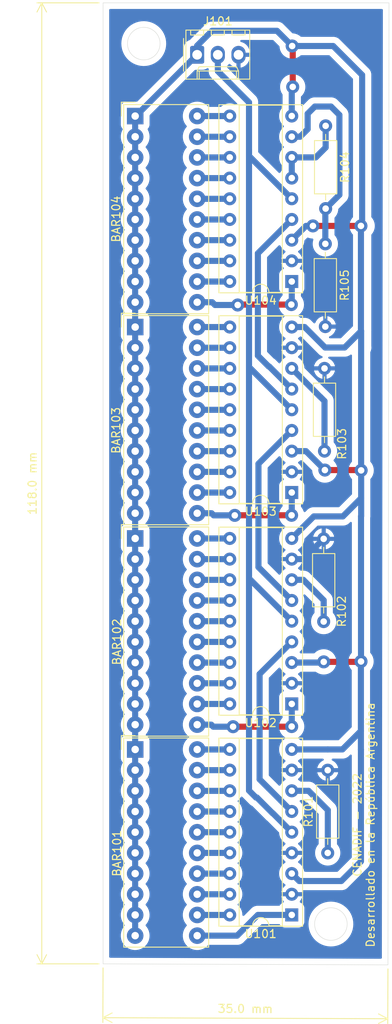
<source format=kicad_pcb>
(kicad_pcb (version 20211014) (generator pcbnew)
  (title_block (title "Indicador Voltimétrico") (date "2022-09-05") (rev "2.2"))
  (layers (0 "F.Cu" signal) (31 "B.Cu" signal) (34 "B.Paste" user) (35 "F.Paste" user) (36 "B.SilkS" user "B.Silkscreen") (37 "F.SilkS" user "F.Silkscreen") (38 "B.Mask" user) (39 "F.Mask" user) (44 "Edge.Cuts" user))
  (net 0 "")
  (net 1 "Net-(BAR101-Pad1)")
  (net 2 "Net-(BAR101-Pad11)")
  (net 3 "Net-(BAR101-Pad12)")
  (net 4 "Net-(BAR101-Pad13)")
  (net 5 "Net-(BAR101-Pad14)")
  (net 6 "Net-(BAR101-Pad15)")
  (net 7 "Net-(BAR101-Pad16)")
  (net 8 "Net-(BAR101-Pad17)")
  (net 9 "Net-(BAR101-Pad18)")
  (net 10 "Net-(BAR101-Pad19)")
  (net 11 "Net-(BAR101-Pad20)")
  (net 12 "Net-(BAR102-Pad11)")
  (net 13 "Net-(BAR102-Pad12)")
  (net 14 "Net-(BAR102-Pad13)")
  (net 15 "Net-(BAR102-Pad14)")
  (net 16 "Net-(BAR102-Pad15)")
  (net 17 "Net-(BAR102-Pad16)")
  (net 18 "Net-(BAR102-Pad17)")
  (net 19 "Net-(BAR102-Pad18)")
  (net 20 "Net-(BAR102-Pad19)")
  (net 21 "Net-(BAR102-Pad20)")
  (net 22 "Net-(BAR103-Pad11)")
  (net 23 "Net-(BAR103-Pad12)")
  (net 24 "Net-(BAR103-Pad13)")
  (net 25 "Net-(BAR103-Pad14)")
  (net 26 "Net-(BAR103-Pad15)")
  (net 27 "Net-(BAR103-Pad16)")
  (net 28 "Net-(BAR103-Pad17)")
  (net 29 "Net-(BAR103-Pad18)")
  (net 30 "Net-(BAR103-Pad19)")
  (net 31 "Net-(BAR103-Pad20)")
  (net 32 "Net-(BAR104-Pad11)")
  (net 33 "Net-(BAR104-Pad12)")
  (net 34 "Net-(BAR104-Pad13)")
  (net 35 "Net-(BAR104-Pad14)")
  (net 36 "Net-(BAR104-Pad15)")
  (net 37 "Net-(BAR104-Pad16)")
  (net 38 "Net-(BAR104-Pad17)")
  (net 39 "Net-(BAR104-Pad18)")
  (net 40 "Net-(BAR104-Pad19)")
  (net 41 "Net-(BAR104-Pad20)")
  (net 42 "Net-(R101-Pad1)")
  (net 43 "Net-(J101-Pad3)")
  (net 44 "Net-(R102-Pad1)")
  (net 45 "Net-(R103-Pad1)")
  (net 46 "Net-(R104-Pad1)")
  (net 47 "Net-(R104-Pad2)")
  (net 48 "Net-(J101-Pad2)")
  (net 49 "Net-(U101-Pad6)")
  (net 50 "Net-(U102-Pad6)")
  (net 51 "Net-(U103-Pad6)")
  (footprint "Display:HDSP-4830" (layer "F.Cu") (at 92.30385 167.4568)
    (fp_text reference "BAR101" (at -2.2411 12.7449 90) (layer "F.SilkS"))
    (fp_text value "AMARILLO")
    (pad "1" thru_hole rect (at 0 0 270) (size 2.032 2.032) (drill 0.9144) (layers *.Cu *.Mask) (net 1 "Net-(BAR101-Pad1)"))
    (pad "2" thru_hole circle (at 0 2.54 270) (size 2.032 2.032) (drill 0.9144) (layers *.Cu *.Mask) (net 1 "Net-(BAR101-Pad1)"))
    (pad "3" thru_hole circle (at 0 5.08 270) (size 2.032 2.032) (drill 0.9144) (layers *.Cu *.Mask) (net 1 "Net-(BAR101-Pad1)"))
    (pad "4" thru_hole circle (at 0 7.62 270) (size 2.032 2.032) (drill 0.9144) (layers *.Cu *.Mask) (net 1 "Net-(BAR101-Pad1)"))
    (pad "5" thru_hole circle (at 0 10.16 270) (size 2.032 2.032) (drill 0.9144) (layers *.Cu *.Mask) (net 1 "Net-(BAR101-Pad1)"))
    (pad "6" thru_hole circle (at 0 12.7 270) (size 2.032 2.032) (drill 0.9144) (layers *.Cu *.Mask) (net 1 "Net-(BAR101-Pad1)"))
    (pad "7" thru_hole circle (at 0 15.24 270) (size 2.032 2.032) (drill 0.9144) (layers *.Cu *.Mask) (net 1 "Net-(BAR101-Pad1)"))
    (pad "8" thru_hole circle (at 0 17.78 270) (size 2.032 2.032) (drill 0.9144) (layers *.Cu *.Mask) (net 1 "Net-(BAR101-Pad1)"))
    (pad "9" thru_hole circle (at 0 20.32 270) (size 2.032 2.032) (drill 0.9144) (layers *.Cu *.Mask) (net 1 "Net-(BAR101-Pad1)"))
    (pad "10" thru_hole circle (at 0 22.86 270) (size 2.032 2.032) (drill 0.9144) (layers *.Cu *.Mask) (net 1 "Net-(BAR101-Pad1)"))
    (pad "11" thru_hole circle (at 7.62 22.86 270) (size 2.032 2.032) (drill 0.9144) (layers *.Cu *.Mask) (net 2 "Net-(BAR101-Pad11)"))
    (pad "12" thru_hole circle (at 7.62 20.32 270) (size 2.032 2.032) (drill 0.9144) (layers *.Cu *.Mask) (net 3 "Net-(BAR101-Pad12)"))
    (pad "13" thru_hole circle (at 7.62 17.78 270) (size 2.032 2.032) (drill 0.9144) (layers *.Cu *.Mask) (net 4 "Net-(BAR101-Pad13)"))
    (pad "14" thru_hole circle (at 7.62 15.24 270) (size 2.032 2.032) (drill 0.9144) (layers *.Cu *.Mask) (net 5 "Net-(BAR101-Pad14)"))
    (pad "15" thru_hole circle (at 7.62 12.7 270) (size 2.032 2.032) (drill 0.9144) (layers *.Cu *.Mask) (net 6 "Net-(BAR101-Pad15)"))
    (pad "16" thru_hole circle (at 7.62 10.16 270) (size 2.032 2.032) (drill 0.9144) (layers *.Cu *.Mask) (net 7 "Net-(BAR101-Pad16)"))
    (pad "17" thru_hole circle (at 7.62 7.62 270) (size 2.032 2.032) (drill 0.9144) (layers *.Cu *.Mask) (net 8 "Net-(BAR101-Pad17)"))
    (pad "18" thru_hole circle (at 7.62 5.08 270) (size 2.032 2.032) (drill 0.9144) (layers *.Cu *.Mask) (net 9 "Net-(BAR101-Pad18)"))
    (pad "19" thru_hole circle (at 7.62 2.54 270) (size 2.032 2.032) (drill 0.9144) (layers *.Cu *.Mask) (net 10 "Net-(BAR101-Pad19)"))
    (pad "20" thru_hole circle (at 7.62 0 270) (size 2.032 2.032) (drill 0.9144) (layers *.Cu *.Mask) (net 11 "Net-(BAR101-Pad20)"))
  )
  (footprint "Resistor_THT:R_Axial_DIN0207_L6.3mm_D2.5mm_P10.16mm_Horizontal" (layer "F.Cu") (at 115.96 180.16 90)
    (fp_text reference "R101" (at 5.08 -2.37 90) (layer "F.SilkS"))
    (fp_text value "1K")
    (pad "1" thru_hole circle (at 0 0 90) (size 1.6 1.6) (drill 0.8) (layers *.Cu *.Mask) (net 42 "Net-(R101-Pad1)"))
    (pad "2" thru_hole oval (at 10.16 0 90) (size 1.6 1.6) (drill 0.8) (layers *.Cu *.Mask) (net 43 "Net-(J101-Pad3)"))
  )
  (footprint "Resistor_THT:R_Axial_DIN0207_L6.3mm_D2.5mm_P10.16mm_Horizontal" (layer "F.Cu") (at 115.46275 151.7537 90)
    (fp_text reference "R102" (at 1.2526 2.20725 90) (layer "F.SilkS"))
    (fp_text value "1K")
    (pad "1" thru_hole circle (at 0 0 90) (size 1.6 1.6) (drill 0.8) (layers *.Cu *.Mask) (net 44 "Net-(R102-Pad1)"))
    (pad "2" thru_hole oval (at 10.16 0 90) (size 1.6 1.6) (drill 0.8) (layers *.Cu *.Mask) (net 43 "Net-(J101-Pad3)"))
  )
  (footprint "Display:HDSP-4830" (layer "F.Cu") (at 92.30385 115.59)
    (fp_text reference "BAR103" (at -2.3427 12.6941 90) (layer "F.SilkS"))
    (fp_text value "ROJO")
    (pad "1" thru_hole rect (at 0 0 270) (size 2.032 2.032) (drill 0.9144) (layers *.Cu *.Mask) (net 1 "Net-(BAR101-Pad1)"))
    (pad "2" thru_hole circle (at 0 2.54 270) (size 2.032 2.032) (drill 0.9144) (layers *.Cu *.Mask) (net 1 "Net-(BAR101-Pad1)"))
    (pad "3" thru_hole circle (at 0 5.08 270) (size 2.032 2.032) (drill 0.9144) (layers *.Cu *.Mask) (net 1 "Net-(BAR101-Pad1)"))
    (pad "4" thru_hole circle (at 0 7.62 270) (size 2.032 2.032) (drill 0.9144) (layers *.Cu *.Mask) (net 1 "Net-(BAR101-Pad1)"))
    (pad "5" thru_hole circle (at 0 10.16 270) (size 2.032 2.032) (drill 0.9144) (layers *.Cu *.Mask) (net 1 "Net-(BAR101-Pad1)"))
    (pad "6" thru_hole circle (at 0 12.7 270) (size 2.032 2.032) (drill 0.9144) (layers *.Cu *.Mask) (net 1 "Net-(BAR101-Pad1)"))
    (pad "7" thru_hole circle (at 0 15.24 270) (size 2.032 2.032) (drill 0.9144) (layers *.Cu *.Mask) (net 1 "Net-(BAR101-Pad1)"))
    (pad "8" thru_hole circle (at 0 17.78 270) (size 2.032 2.032) (drill 0.9144) (layers *.Cu *.Mask) (net 1 "Net-(BAR101-Pad1)"))
    (pad "9" thru_hole circle (at 0 20.32 270) (size 2.032 2.032) (drill 0.9144) (layers *.Cu *.Mask) (net 1 "Net-(BAR101-Pad1)"))
    (pad "10" thru_hole circle (at 0 22.86 270) (size 2.032 2.032) (drill 0.9144) (layers *.Cu *.Mask) (net 1 "Net-(BAR101-Pad1)"))
    (pad "11" thru_hole circle (at 7.62 22.86 270) (size 2.032 2.032) (drill 0.9144) (layers *.Cu *.Mask) (net 22 "Net-(BAR103-Pad11)"))
    (pad "12" thru_hole circle (at 7.62 20.32 270) (size 2.032 2.032) (drill 0.9144) (layers *.Cu *.Mask) (net 23 "Net-(BAR103-Pad12)"))
    (pad "13" thru_hole circle (at 7.62 17.78 270) (size 2.032 2.032) (drill 0.9144) (layers *.Cu *.Mask) (net 24 "Net-(BAR103-Pad13)"))
    (pad "14" thru_hole circle (at 7.62 15.24 270) (size 2.032 2.032) (drill 0.9144) (layers *.Cu *.Mask) (net 25 "Net-(BAR103-Pad14)"))
    (pad "15" thru_hole circle (at 7.62 12.7 270) (size 2.032 2.032) (drill 0.9144) (layers *.Cu *.Mask) (net 26 "Net-(BAR103-Pad15)"))
    (pad "16" thru_hole circle (at 7.62 10.16 270) (size 2.032 2.032) (drill 0.9144) (layers *.Cu *.Mask) (net 27 "Net-(BAR103-Pad16)"))
    (pad "17" thru_hole circle (at 7.62 7.62 270) (size 2.032 2.032) (drill 0.9144) (layers *.Cu *.Mask) (net 28 "Net-(BAR103-Pad17)"))
    (pad "18" thru_hole circle (at 7.62 5.08 270) (size 2.032 2.032) (drill 0.9144) (layers *.Cu *.Mask) (net 29 "Net-(BAR103-Pad18)"))
    (pad "19" thru_hole circle (at 7.62 2.54 270) (size 2.032 2.032) (drill 0.9144) (layers *.Cu *.Mask) (net 30 "Net-(BAR103-Pad19)"))
    (pad "20" thru_hole circle (at 7.62 0 270) (size 2.032 2.032) (drill 0.9144) (layers *.Cu *.Mask) (net 31 "Net-(BAR103-Pad20)"))
  )
  (footprint "Resistor_THT:R_Axial_DIN0207_L6.3mm_D2.5mm_P10.16mm_Horizontal" (layer "F.Cu") (at 115.66595 105.3733 -90)
    (fp_text reference "R105" (at 5.08 -2.37 -270) (layer "F.SilkS"))
    (fp_text value "1K")
    (pad "1" thru_hole circle (at 0 0 270) (size 1.6 1.6) (drill 0.8) (layers *.Cu *.Mask) (net 47 "Net-(R104-Pad2)"))
    (pad "2" thru_hole oval (at 10.16 0 270) (size 1.6 1.6) (drill 0.8) (layers *.Cu *.Mask) (net 43 "Net-(J101-Pad3)"))
  )
  (footprint "Package_DIP:DIP-18_W7.62mm_Socket" (layer "F.Cu") (at 111.54115 109.997 180)
    (fp_text reference "U104" (at 3.81 -2.33) (layer "F.SilkS"))
    (fp_text value "LM3914")
    (pad "1" thru_hole rect (at 0 0 180) (size 1.6 1.6) (drill 0.8) (layers *.Cu *.Mask) (net 32 "Net-(BAR104-Pad11)"))
    (pad "2" thru_hole oval (at 0 2.54 180) (size 1.6 1.6) (drill 0.8) (layers *.Cu *.Mask) (net 43 "Net-(J101-Pad3)"))
    (pad "3" thru_hole oval (at 0 5.08 180) (size 1.6 1.6) (drill 0.8) (layers *.Cu *.Mask) (net 1 "Net-(BAR101-Pad1)"))
    (pad "4" thru_hole oval (at 0 7.62 180) (size 1.6 1.6) (drill 0.8) (layers *.Cu *.Mask) (net 51 "Net-(U103-Pad6)"))
    (pad "5" thru_hole oval (at 0 10.16 180) (size 1.6 1.6) (drill 0.8) (layers *.Cu *.Mask) (net 48 "Net-(J101-Pad2)"))
    (pad "6" thru_hole oval (at 0 12.7 180) (size 1.6 1.6) (drill 0.8) (layers *.Cu *.Mask) (net 46 "Net-(R104-Pad1)"))
    (pad "7" thru_hole oval (at 0 15.24 180) (size 1.6 1.6) (drill 0.8) (layers *.Cu *.Mask) (net 46 "Net-(R104-Pad1)"))
    (pad "8" thru_hole oval (at 0 17.78 180) (size 1.6 1.6) (drill 0.8) (layers *.Cu *.Mask) (net 47 "Net-(R104-Pad2)"))
    (pad "9" thru_hole oval (at 0 20.32 180) (size 1.6 1.6) (drill 0.8) (layers *.Cu *.Mask) (net 1 "Net-(BAR101-Pad1)"))
    (pad "10" thru_hole oval (at 7.62 20.32 180) (size 1.6 1.6) (drill 0.8) (layers *.Cu *.Mask) (net 41 "Net-(BAR104-Pad20)"))
    (pad "11" thru_hole oval (at 7.62 17.78 180) (size 1.6 1.6) (drill 0.8) (layers *.Cu *.Mask) (net 40 "Net-(BAR104-Pad19)"))
    (pad "12" thru_hole oval (at 7.62 15.24 180) (size 1.6 1.6) (drill 0.8) (layers *.Cu *.Mask) (net 39 "Net-(BAR104-Pad18)"))
    (pad "13" thru_hole oval (at 7.62 12.7 180) (size 1.6 1.6) (drill 0.8) (layers *.Cu *.Mask) (net 38 "Net-(BAR104-Pad17)"))
    (pad "14" thru_hole oval (at 7.62 10.16 180) (size 1.6 1.6) (drill 0.8) (layers *.Cu *.Mask) (net 37 "Net-(BAR104-Pad16)"))
    (pad "15" thru_hole oval (at 7.62 7.62 180) (size 1.6 1.6) (drill 0.8) (layers *.Cu *.Mask) (net 36 "Net-(BAR104-Pad15)"))
    (pad "16" thru_hole oval (at 7.62 5.08 180) (size 1.6 1.6) (drill 0.8) (layers *.Cu *.Mask) (net 35 "Net-(BAR104-Pad14)"))
    (pad "17" thru_hole oval (at 7.62 2.54 180) (size 1.6 1.6) (drill 0.8) (layers *.Cu *.Mask) (net 34 "Net-(BAR104-Pad13)"))
    (pad "18" thru_hole oval (at 7.62 0 180) (size 1.6 1.6) (drill 0.8) (layers *.Cu *.Mask) (net 33 "Net-(BAR104-Pad12)"))
  )
  (footprint "Connector_Molex:Molex_KK-254_AE-6410-03A_1x03_P2.54mm_Vertical" (layer "F.Cu") (at 99.91795 82.1577)
    (fp_text reference "J101" (at 2.54 -4.12) (layer "F.SilkS"))
    (fp_text value "Conn_01x03")
    (pad "1" thru_hole roundrect (at 0 0) (size 1.74 2.19) (drill 1.19) (layers *.Cu *.Mask) (roundrect_rratio 0.143678) (net 1 "Net-(BAR101-Pad1)"))
    (pad "2" thru_hole oval (at 2.54 0) (size 1.74 2.19) (drill 1.19) (layers *.Cu *.Mask) (net 48 "Net-(J101-Pad2)"))
    (pad "3" thru_hole oval (at 5.08 0) (size 1.74 2.19) (drill 1.19) (layers *.Cu *.Mask) (net 43 "Net-(J101-Pad3)"))
  )
  (footprint "Package_DIP:DIP-18_W7.62mm_Socket" (layer "F.Cu") (at 111.54115 161.8638 180)
    (fp_text reference "U102" (at 3.81 -2.33) (layer "F.SilkS"))
    (fp_text value "LM3914")
    (pad "1" thru_hole rect (at 0 0 180) (size 1.6 1.6) (drill 0.8) (layers *.Cu *.Mask) (net 12 "Net-(BAR102-Pad11)"))
    (pad "2" thru_hole oval (at 0 2.54 180) (size 1.6 1.6) (drill 0.8) (layers *.Cu *.Mask) (net 43 "Net-(J101-Pad3)"))
    (pad "3" thru_hole oval (at 0 5.08 180) (size 1.6 1.6) (drill 0.8) (layers *.Cu *.Mask) (net 1 "Net-(BAR101-Pad1)"))
    (pad "4" thru_hole oval (at 0 7.62 180) (size 1.6 1.6) (drill 0.8) (layers *.Cu *.Mask) (net 49 "Net-(U101-Pad6)"))
    (pad "5" thru_hole oval (at 0 10.16 180) (size 1.6 1.6) (drill 0.8) (layers *.Cu *.Mask) (net 48 "Net-(J101-Pad2)"))
    (pad "6" thru_hole oval (at 0 12.7 180) (size 1.6 1.6) (drill 0.8) (layers *.Cu *.Mask) (net 50 "Net-(U102-Pad6)"))
    (pad "7" thru_hole oval (at 0 15.24 180) (size 1.6 1.6) (drill 0.8) (layers *.Cu *.Mask) (net 44 "Net-(R102-Pad1)"))
    (pad "8" thru_hole oval (at 0 17.78 180) (size 1.6 1.6) (drill 0.8) (layers *.Cu *.Mask) (net 43 "Net-(J101-Pad3)"))
    (pad "9" thru_hole oval (at 0 20.32 180) (size 1.6 1.6) (drill 0.8) (layers *.Cu *.Mask) (net 1 "Net-(BAR101-Pad1)"))
    (pad "10" thru_hole oval (at 7.62 20.32 180) (size 1.6 1.6) (drill 0.8) (layers *.Cu *.Mask) (net 21 "Net-(BAR102-Pad20)"))
    (pad "11" thru_hole oval (at 7.62 17.78 180) (size 1.6 1.6) (drill 0.8) (layers *.Cu *.Mask) (net 20 "Net-(BAR102-Pad19)"))
    (pad "12" thru_hole oval (at 7.62 15.24 180) (size 1.6 1.6) (drill 0.8) (layers *.Cu *.Mask) (net 19 "Net-(BAR102-Pad18)"))
    (pad "13" thru_hole oval (at 7.62 12.7 180) (size 1.6 1.6) (drill 0.8) (layers *.Cu *.Mask) (net 18 "Net-(BAR102-Pad17)"))
    (pad "14" thru_hole oval (at 7.62 10.16 180) (size 1.6 1.6) (drill 0.8) (layers *.Cu *.Mask) (net 17 "Net-(BAR102-Pad16)"))
    (pad "15" thru_hole oval (at 7.62 7.62 180) (size 1.6 1.6) (drill 0.8) (layers *.Cu *.Mask) (net 16 "Net-(BAR102-Pad15)"))
    (pad "16" thru_hole oval (at 7.62 5.08 180) (size 1.6 1.6) (drill 0.8) (layers *.Cu *.Mask) (net 15 "Net-(BAR102-Pad14)"))
    (pad "17" thru_hole oval (at 7.62 2.54 180) (size 1.6 1.6) (drill 0.8) (layers *.Cu *.Mask) (net 14 "Net-(BAR102-Pad13)"))
    (pad "18" thru_hole oval (at 7.62 0 180) (size 1.6 1.6) (drill 0.8) (layers *.Cu *.Mask) (net 13 "Net-(BAR102-Pad12)"))
  )
  (footprint "Resistor_THT:R_Axial_DIN0207_L6.3mm_D2.5mm_P10.16mm_Horizontal" (layer "F.Cu") (at 115.56435 130.8241 90)
    (fp_text reference "R103" (at 0.893 2.14565 90) (layer "F.SilkS"))
    (fp_text value "1K")
    (pad "1" thru_hole circle (at 0 0 90) (size 1.6 1.6) (drill 0.8) (layers *.Cu *.Mask) (net 45 "Net-(R103-Pad1)"))
    (pad "2" thru_hole oval (at 10.16 0 90) (size 1.6 1.6) (drill 0.8) (layers *.Cu *.Mask) (net 43 "Net-(J101-Pad3)"))
  )
  (footprint "Package_DIP:DIP-18_W7.62mm_Socket" (layer "F.Cu") (at 111.54115 135.905 180)
    (fp_text reference "U103" (at 3.81 -2.33) (layer "F.SilkS"))
    (fp_text value "LM3914")
    (pad "1" thru_hole rect (at 0 0 180) (size 1.6 1.6) (drill 0.8) (layers *.Cu *.Mask) (net 22 "Net-(BAR103-Pad11)"))
    (pad "2" thru_hole oval (at 0 2.54 180) (size 1.6 1.6) (drill 0.8) (layers *.Cu *.Mask) (net 43 "Net-(J101-Pad3)"))
    (pad "3" thru_hole oval (at 0 5.08 180) (size 1.6 1.6) (drill 0.8) (layers *.Cu *.Mask) (net 1 "Net-(BAR101-Pad1)"))
    (pad "4" thru_hole oval (at 0 7.62 180) (size 1.6 1.6) (drill 0.8) (layers *.Cu *.Mask) (net 50 "Net-(U102-Pad6)"))
    (pad "5" thru_hole oval (at 0 10.16 180) (size 1.6 1.6) (drill 0.8) (layers *.Cu *.Mask) (net 48 "Net-(J101-Pad2)"))
    (pad "6" thru_hole oval (at 0 12.7 180) (size 1.6 1.6) (drill 0.8) (layers *.Cu *.Mask) (net 51 "Net-(U103-Pad6)"))
    (pad "7" thru_hole oval (at 0 15.24 180) (size 1.6 1.6) (drill 0.8) (layers *.Cu *.Mask) (net 45 "Net-(R103-Pad1)"))
    (pad "8" thru_hole oval (at 0 17.78 180) (size 1.6 1.6) (drill 0.8) (layers *.Cu *.Mask) (net 43 "Net-(J101-Pad3)"))
    (pad "9" thru_hole oval (at 0 20.32 180) (size 1.6 1.6) (drill 0.8) (layers *.Cu *.Mask) (net 1 "Net-(BAR101-Pad1)"))
    (pad "10" thru_hole oval (at 7.62 20.32 180) (size 1.6 1.6) (drill 0.8) (layers *.Cu *.Mask) (net 31 "Net-(BAR103-Pad20)"))
    (pad "11" thru_hole oval (at 7.62 17.78 180) (size 1.6 1.6) (drill 0.8) (layers *.Cu *.Mask) (net 30 "Net-(BAR103-Pad19)"))
    (pad "12" thru_hole oval (at 7.62 15.24 180) (size 1.6 1.6) (drill 0.8) (layers *.Cu *.Mask) (net 29 "Net-(BAR103-Pad18)"))
    (pad "13" thru_hole oval (at 7.62 12.7 180) (size 1.6 1.6) (drill 0.8) (layers *.Cu *.Mask) (net 28 "Net-(BAR103-Pad17)"))
    (pad "14" thru_hole oval (at 7.62 10.16 180) (size 1.6 1.6) (drill 0.8) (layers *.Cu *.Mask) (net 27 "Net-(BAR103-Pad16)"))
    (pad "15" thru_hole oval (at 7.62 7.62 180) (size 1.6 1.6) (drill 0.8) (layers *.Cu *.Mask) (net 26 "Net-(BAR103-Pad15)"))
    (pad "16" thru_hole oval (at 7.62 5.08 180) (size 1.6 1.6) (drill 0.8) (layers *.Cu *.Mask) (net 25 "Net-(BAR103-Pad14)"))
    (pad "17" thru_hole oval (at 7.62 2.54 180) (size 1.6 1.6) (drill 0.8) (layers *.Cu *.Mask) (net 24 "Net-(BAR103-Pad13)"))
    (pad "18" thru_hole oval (at 7.62 0 180) (size 1.6 1.6) (drill 0.8) (layers *.Cu *.Mask) (net 23 "Net-(BAR103-Pad12)"))
  )
  (footprint "Package_DIP:DIP-18_W7.62mm_Socket" (layer "F.Cu") (at 111.54115 187.7718 180)
    (fp_text reference "U101" (at 3.81 -2.33) (layer "F.SilkS"))
    (fp_text value "LM3914")
    (pad "1" thru_hole rect (at 0 0 180) (size 1.6 1.6) (drill 0.8) (layers *.Cu *.Mask) (net 2 "Net-(BAR101-Pad11)"))
    (pad "2" thru_hole oval (at 0 2.54 180) (size 1.6 1.6) (drill 0.8) (layers *.Cu *.Mask) (net 43 "Net-(J101-Pad3)"))
    (pad "3" thru_hole oval (at 0 5.08 180) (size 1.6 1.6) (drill 0.8) (layers *.Cu *.Mask) (net 1 "Net-(BAR101-Pad1)"))
    (pad "4" thru_hole oval (at 0 7.62 180) (size 1.6 1.6) (drill 0.8) (layers *.Cu *.Mask) (net 43 "Net-(J101-Pad3)"))
    (pad "5" thru_hole oval (at 0 10.16 180) (size 1.6 1.6) (drill 0.8) (layers *.Cu *.Mask) (net 48 "Net-(J101-Pad2)"))
    (pad "6" thru_hole oval (at 0 12.7 180) (size 1.6 1.6) (drill 0.8) (layers *.Cu *.Mask) (net 49 "Net-(U101-Pad6)"))
    (pad "7" thru_hole oval (at 0 15.24 180) (size 1.6 1.6) (drill 0.8) (layers *.Cu *.Mask) (net 42 "Net-(R101-Pad1)"))
    (pad "8" thru_hole oval (at 0 17.78 180) (size 1.6 1.6) (drill 0.8) (layers *.Cu *.Mask) (net 43 "Net-(J101-Pad3)"))
    (pad "9" thru_hole oval (at 0 20.32 180) (size 1.6 1.6) (drill 0.8) (layers *.Cu *.Mask) (net 1 "Net-(BAR101-Pad1)"))
    (pad "10" thru_hole oval (at 7.62 20.32 180) (size 1.6 1.6) (drill 0.8) (layers *.Cu *.Mask) (net 11 "Net-(BAR101-Pad20)"))
    (pad "11" thru_hole oval (at 7.62 17.78 180) (size 1.6 1.6) (drill 0.8) (layers *.Cu *.Mask) (net 10 "Net-(BAR101-Pad19)"))
    (pad "12" thru_hole oval (at 7.62 15.24 180) (size 1.6 1.6) (drill 0.8) (layers *.Cu *.Mask) (net 9 "Net-(BAR101-Pad18)"))
    (pad "13" thru_hole oval (at 7.62 12.7 180) (size 1.6 1.6) (drill 0.8) (layers *.Cu *.Mask) (net 8 "Net-(BAR101-Pad17)"))
    (pad "14" thru_hole oval (at 7.62 10.16 180) (size 1.6 1.6) (drill 0.8) (layers *.Cu *.Mask) (net 7 "Net-(BAR101-Pad16)"))
    (pad "15" thru_hole oval (at 7.62 7.62 180) (size 1.6 1.6) (drill 0.8) (layers *.Cu *.Mask) (net 6 "Net-(BAR101-Pad15)"))
    (pad "16" thru_hole oval (at 7.62 5.08 180) (size 1.6 1.6) (drill 0.8) (layers *.Cu *.Mask) (net 5 "Net-(BAR101-Pad14)"))
    (pad "17" thru_hole oval (at 7.62 2.54 180) (size 1.6 1.6) (drill 0.8) (layers *.Cu *.Mask) (net 4 "Net-(BAR101-Pad13)"))
    (pad "18" thru_hole oval (at 7.62 0 180) (size 1.6 1.6) (drill 0.8) (layers *.Cu *.Mask) (net 3 "Net-(BAR101-Pad12)"))
  )
  (footprint "Resistor_THT:R_Axial_DIN0207_L6.3mm_D2.5mm_P10.16mm_Horizontal" (layer "F.Cu") (at 115.70475 90.8833 -90)
    (fp_text reference "R104" (at 5.08 -2.37 -270) (layer "F.SilkS"))
    (fp_text value "1K")
    (pad "1" thru_hole circle (at 0 0 270) (size 1.6 1.6) (drill 0.8) (layers *.Cu *.Mask) (net 46 "Net-(R104-Pad1)"))
    (pad "2" thru_hole oval (at 10.16 0 270) (size 1.6 1.6) (drill 0.8) (layers *.Cu *.Mask) (net 47 "Net-(R104-Pad2)"))
  )
  (footprint "Display:HDSP-4830" (layer "F.Cu") (at 92.30385 89.682)
    (fp_text reference "BAR104" (at -2.3427 12.6433 90) (layer "F.SilkS"))
    (fp_text value "ROJO")
    (pad "1" thru_hole rect (at 0 0 270) (size 2.032 2.032) (drill 0.9144) (layers *.Cu *.Mask) (net 1 "Net-(BAR101-Pad1)"))
    (pad "2" thru_hole circle (at 0 2.54 270) (size 2.032 2.032) (drill 0.9144) (layers *.Cu *.Mask) (net 1 "Net-(BAR101-Pad1)"))
    (pad "3" thru_hole circle (at 0 5.08 270) (size 2.032 2.032) (drill 0.9144) (layers *.Cu *.Mask) (net 1 "Net-(BAR101-Pad1)"))
    (pad "4" thru_hole circle (at 0 7.62 270) (size 2.032 2.032) (drill 0.9144) (layers *.Cu *.Mask) (net 1 "Net-(BAR101-Pad1)"))
    (pad "5" thru_hole circle (at 0 10.16 270) (size 2.032 2.032) (drill 0.9144) (layers *.Cu *.Mask) (net 1 "Net-(BAR101-Pad1)"))
    (pad "6" thru_hole circle (at 0 12.7 270) (size 2.032 2.032) (drill 0.9144) (layers *.Cu *.Mask) (net 1 "Net-(BAR101-Pad1)"))
    (pad "7" thru_hole circle (at 0 15.24 270) (size 2.032 2.032) (drill 0.9144) (layers *.Cu *.Mask) (net 1 "Net-(BAR101-Pad1)"))
    (pad "8" thru_hole circle (at 0 17.78 270) (size 2.032 2.032) (drill 0.9144) (layers *.Cu *.Mask) (net 1 "Net-(BAR101-Pad1)"))
    (pad "9" thru_hole circle (at 0 20.32 270) (size 2.032 2.032) (drill 0.9144) (layers *.Cu *.Mask) (net 1 "Net-(BAR101-Pad1)"))
    (pad "10" thru_hole circle (at 0 22.86 270) (size 2.032 2.032) (drill 0.9144) (layers *.Cu *.Mask) (net 1 "Net-(BAR101-Pad1)"))
    (pad "11" thru_hole circle (at 7.62 22.86 270) (size 2.032 2.032) (drill 0.9144) (layers *.Cu *.Mask) (net 32 "Net-(BAR104-Pad11)"))
    (pad "12" thru_hole circle (at 7.62 20.32 270) (size 2.032 2.032) (drill 0.9144) (layers *.Cu *.Mask) (net 33 "Net-(BAR104-Pad12)"))
    (pad "13" thru_hole circle (at 7.62 17.78 270) (size 2.032 2.032) (drill 0.9144) (layers *.Cu *.Mask) (net 34 "Net-(BAR104-Pad13)"))
    (pad "14" thru_hole circle (at 7.62 15.24 270) (size 2.032 2.032) (drill 0.9144) (layers *.Cu *.Mask) (net 35 "Net-(BAR104-Pad14)"))
    (pad "15" thru_hole circle (at 7.62 12.7 270) (size 2.032 2.032) (drill 0.9144) (layers *.Cu *.Mask) (net 36 "Net-(BAR104-Pad15)"))
    (pad "16" thru_hole circle (at 7.62 10.16 270) (size 2.032 2.032) (drill 0.9144) (layers *.Cu *.Mask) (net 37 "Net-(BAR104-Pad16)"))
    (pad "17" thru_hole circle (at 7.62 7.62 270) (size 2.032 2.032) (drill 0.9144) (layers *.Cu *.Mask) (net 38 "Net-(BAR104-Pad17)"))
    (pad "18" thru_hole circle (at 7.62 5.08 270) (size 2.032 2.032) (drill 0.9144) (layers *.Cu *.Mask) (net 39 "Net-(BAR104-Pad18)"))
    (pad "19" thru_hole circle (at 7.62 2.54 270) (size 2.032 2.032) (drill 0.9144) (layers *.Cu *.Mask) (net 40 "Net-(BAR104-Pad19)"))
    (pad "20" thru_hole circle (at 7.62 0 270) (size 2.032 2.032) (drill 0.9144) (layers *.Cu *.Mask) (net 41 "Net-(BAR104-Pad20)"))
  )
  (footprint "Display:HDSP-4830" (layer "F.Cu") (at 92.30385 141.5488)
    (fp_text reference "BAR102" (at -2.2411 12.6941 90) (layer "F.SilkS"))
    (fp_text value "ROJO")
    (pad "1" thru_hole rect (at 0 0 270) (size 2.032 2.032) (drill 0.9144) (layers *.Cu *.Mask) (net 1 "Net-(BAR101-Pad1)"))
    (pad "2" thru_hole circle (at 0 2.54 270) (size 2.032 2.032) (drill 0.9144) (layers *.Cu *.Mask) (net 1 "Net-(BAR101-Pad1)"))
    (pad "3" thru_hole circle (at 0 5.08 270) (size 2.032 2.032) (drill 0.9144) (layers *.Cu *.Mask) (net 1 "Net-(BAR101-Pad1)"))
    (pad "4" thru_hole circle (at 0 7.62 270) (size 2.032 2.032) (drill 0.9144) (layers *.Cu *.Mask) (net 1 "Net-(BAR101-Pad1)"))
    (pad "5" thru_hole circle (at 0 10.16 270) (size 2.032 2.032) (drill 0.9144) (layers *.Cu *.Mask) (net 1 "Net-(BAR101-Pad1)"))
    (pad "6" thru_hole circle (at 0 12.7 270) (size 2.032 2.032) (drill 0.9144) (layers *.Cu *.Mask) (net 1 "Net-(BAR101-Pad1)"))
    (pad "7" thru_hole circle (at 0 15.24 270) (size 2.032 2.032) (drill 0.9144) (layers *.Cu *.Mask) (net 1 "Net-(BAR101-Pad1)"))
    (pad "8" thru_hole circle (at 0 17.78 270) (size 2.032 2.032) (drill 0.9144) (layers *.Cu *.Mask) (net 1 "Net-(BAR101-Pad1)"))
    (pad "9" thru_hole circle (at 0 20.32 270) (size 2.032 2.032) (drill 0.9144) (layers *.Cu *.Mask) (net 1 "Net-(BAR101-Pad1)"))
    (pad "10" thru_hole circle (at 0 22.86 270) (size 2.032 2.032) (drill 0.9144) (layers *.Cu *.Mask) (net 1 "Net-(BAR101-Pad1)"))
    (pad "11" thru_hole circle (at 7.62 22.86 270) (size 2.032 2.032) (drill 0.9144) (layers *.Cu *.Mask) (net 12 "Net-(BAR102-Pad11)"))
    (pad "12" thru_hole circle (at 7.62 20.32 270) (size 2.032 2.032) (drill 0.9144) (layers *.Cu *.Mask) (net 13 "Net-(BAR102-Pad12)"))
    (pad "13" thru_hole circle (at 7.62 17.78 270) (size 2.032 2.032) (drill 0.9144) (layers *.Cu *.Mask) (net 14 "Net-(BAR102-Pad13)"))
    (pad "14" thru_hole circle (at 7.62 15.24 270) (size 2.032 2.032) (drill 0.9144) (layers *.Cu *.Mask) (net 15 "Net-(BAR102-Pad14)"))
    (pad "15" thru_hole circle (at 7.62 12.7 270) (size 2.032 2.032) (drill 0.9144) (layers *.Cu *.Mask) (net 16 "Net-(BAR102-Pad15)"))
    (pad "16" thru_hole circle (at 7.62 10.16 270) (size 2.032 2.032) (drill 0.9144) (layers *.Cu *.Mask) (net 17 "Net-(BAR102-Pad16)"))
    (pad "17" thru_hole circle (at 7.62 7.62 270) (size 2.032 2.032) (drill 0.9144) (layers *.Cu *.Mask) (net 18 "Net-(BAR102-Pad17)"))
    (pad "18" thru_hole circle (at 7.62 5.08 270) (size 2.032 2.032) (drill 0.9144) (layers *.Cu *.Mask) (net 19 "Net-(BAR102-Pad18)"))
    (pad "19" thru_hole circle (at 7.62 2.54 270) (size 2.032 2.032) (drill 0.9144) (layers *.Cu *.Mask) (net 20 "Net-(BAR102-Pad19)"))
    (pad "20" thru_hole circle (at 7.62 0 270) (size 2.032 2.032) (drill 0.9144) (layers *.Cu *.Mask) (net 21 "Net-(BAR102-Pad20)"))
  )
  (gr_line (start 123.48676 75.78) (end 123.35976 193.907) (layer "Edge.Cuts") (width 0.05))
  (gr_line (start 88.36 193.78) (end 88.36 75.78) (layer "Edge.Cuts") (width 0.05))
  (gr_circle (center 116.34975 188.8913) (end 116.34975 186.8913) (layer "Edge.Cuts") (width 0.05) (fill none))
  (gr_line (start 88.36 75.78) (end 123.48676 75.78) (layer "Edge.Cuts") (width 0.05))
  (gr_circle (center 93.35975 80.7833) (end 93.35975 78.7833) (layer "Edge.Cuts") (width 0.05) (fill none))
  (gr_line (start 123.35976 193.907) (end 88.36 193.78) (layer "Edge.Cuts") (width 0.05))
  (gr_text "CENADIF - 2022\nDesarrollado en la República Argentina" (at 120.41 176.72 90) (layer "F.SilkS") (effects (font (size 1 1))))
  (dimension (type aligned) (layer "F.SilkS") (pts (xy 88.36 193.78) (xy 88.36 75.78)) (height -7.530181) (gr_text "118.0 mm" (at 79.679819 134.78 90) (layer "F.SilkS") (effects (font (size 1 1) (thickness 0.15)))) (format (units 3) (units_format 1) (precision 1)) (style (thickness 0.12) (arrow_length 1.27) (text_position_mode 0) (extension_height 0.58642) (extension_offset 0.5) keep_text_aligned))
  (dimension (type aligned) (layer "F.SilkS") (pts (xy 88.36 193.78) (xy 123.35976 193.907)) (height 6.611744) (gr_text "35.0 mm" (at 105.840062 199.305208 359.7920977) (layer "F.SilkS") (effects (font (size 1 1) (thickness 0.15)))) (format (units 3) (units_format 1) (precision 1)) (style (thickness 0.12) (arrow_length 1.27) (text_position_mode 0) (extension_height 0.58642) (extension_offset 0.5) keep_text_aligned))
  (segment (start 111.66 86.1) (end 111.66 81.1511) (width 0.75) (layer "F.Cu") (net 1))
  (segment (start 115.47 156.7) (end 120 156.7) (width 0.75) (layer "F.Cu") (net 1))
  (segment (start 120.026307 133.15) (end 120.0645 133.188193) (width 0.75) (layer "F.Cu") (net 1))
  (segment (start 120 156.7) (end 120.05 156.65) (width 0.75) (layer "F.Cu") (net 1))
  (segment (start 114.14 103.17) (end 120.04 103.17) (width 0.75) (layer "F.Cu") (net 1))
  (segment (start 111.66 81.1511) (end 111.59 81.0811) (width 0.75) (layer "F.Cu") (net 1))
  (segment (start 115.61 133.15) (end 120.026307 133.15) (width 0.75) (layer "F.Cu") (net 1))
  (via (at 120.0645 133.188193) (size 1.6) (drill 0.8) (layers "F.Cu" "B.Cu") (net 1))
  (via (at 120.04 103.17) (size 1.6) (drill 0.8) (layers "F.Cu" "B.Cu") (net 1))
  (via (at 115.61 133.15) (size 1.6) (drill 0.8) (layers "F.Cu" "B.Cu") (net 1))
  (via (at 111.66 86.1) (size 1.6) (drill 0.8) (layers "F.Cu" "B.Cu") (net 1))
  (via (at 120.05 156.65) (size 1.6) (drill 0.8) (layers "F.Cu" "B.Cu") (net 1))
  (via (at 115.47 156.7) (size 1.6) (drill 0.8) (layers "F.Cu" "B.Cu") (net 1))
  (via (at 114.14 103.17) (size 1.6) (drill 0.8) (layers "F.Cu" "B.Cu") (net 1))
  (via (at 111.59 81.0811) (size 1.6) (drill 0.8) (layers "F.Cu" "B.Cu") (net 1))
  (segment (start 120.07 133.193693) (end 120.0645 133.188193) (width 0.75) (layer "B.Cu") (net 1))
  (segment (start 120.04 103.17) (end 120.04 116.0521) (width 0.75) (layer "B.Cu") (net 1))
  (segment (start 120.07 136.5911) (end 120.07 133.193693) (width 0.75) (layer "B.Cu") (net 1))
  (segment (start 117.8211 138.84) (end 120.07 136.5911) (width 0.75) (layer "B.Cu") (net 1))
  (segment (start 120.07 138.79) (end 120.05 138.81) (width 0.75) (layer "B.Cu") (net 1))
  (segment (start 120.0345 167.471729) (end 120.0345 165.1866) (width 0.75) (layer "B.Cu") (net 1))
  (segment (start 115.9682 167.4518) (end 115.97 167.45) (width 0.75) (layer "B.Cu") (net 1))
  (segment (start 111.54115 115.585) (end 113.1239 115.585) (width 0.75) (layer "B.Cu") (net 1))
  (segment (start 113.28815 103.17) (end 111.54115 104.917) (width 0.75) (layer "B.Cu") (net 1))
  (segment (start 92.30385 167.4568) (end 92.30385 164.4088) (width 0.75) (layer "B.Cu") (net 1))
  (segment (start 92.30385 97.302) (end 92.30385 99.842) (width 0.75) (layer "B.Cu") (net 1))
  (segment (start 92.30385 89.682) (end 92.3791 89.682) (width 0.75) (layer "B.Cu") (net 1))
  (segment (start 92.30385 107.462) (end 92.30385 104.922) (width 0.75) (layer "B.Cu") (net 1))
  (segment (start 114.14 103.17) (end 113.28815 103.17) (width 0.75) (layer "B.Cu") (net 1))
  (segment (start 92.30385 135.91) (end 92.30385 133.37) (width 0.75) (layer "B.Cu") (net 1))
  (segment (start 92.30385 138.45) (end 92.30385 135.91) (width 0.75) (layer "B.Cu") (net 1))
  (segment (start 92.30385 115.59) (end 92.30385 112.542) (width 0.75) (layer "B.Cu") (net 1))
  (segment (start 92.30385 144.0888) (end 92.30385 141.5488) (width 0.75) (layer "B.Cu") (net 1))
  (segment (start 112.45935 183.61) (end 117.6311 183.61) (width 0.75) (layer "B.Cu") (net 1))
  (segment (start 117.77 167.4511) (end 120.0345 165.1866) (width 0.75) (layer "B.Cu") (net 1))
  (segment (start 101.75 79.2111) (end 109.72 79.2111) (width 0.75) (layer "B.Cu") (net 1))
  (segment (start 92.30385 125.75) (end 92.30385 123.21) (width 0.75) (layer "B.Cu") (net 1))
  (segment (start 92.30385 104.922) (end 92.30385 102.382) (width 0.75) (layer "B.Cu") (net 1))
  (segment (start 92.30385 185.2368) (end 92.30385 182.6968) (width 0.75) (layer "B.Cu") (net 1))
  (segment (start 111.54115 130.825) (end 113.285 130.825) (width 0.75) (layer "B.Cu") (net 1))
  (segment (start 92.30385 175.0768) (end 92.30385 172.5368) (width 0.75) (layer "B.Cu") (net 1))
  (segment (start 92.30385 92.222) (end 92.30385 89.682) (width 0.75) (layer "B.Cu") (net 1))
  (segment (start 120.04 167.477229) (end 120.0345 167.471729) (width 0.75) (layer "B.Cu") (net 1))
  (segment (start 120.05 156.65) (end 120.05 138.81) (width 0.75) (layer "B.Cu") (net 1))
  (segment (start 92.30385 146.6288) (end 92.30385 144.0888) (width 0.75) (layer "B.Cu") (net 1))
  (segment (start 92.30385 190.3168) (end 92.30385 187.7768) (width 0.75) (layer "B.Cu") (net 1))
  (segment (start 111.54115 141.5438) (end 114.24495 138.84) (width 0.75) (layer "B.Cu") (net 1))
  (segment (start 92.30385 164.4088) (end 92.30385 161.8688) (width 0.75) (layer "B.Cu") (net 1))
  (segment (start 118.0411 118.1) (end 120.0645 116.0766) (width 0.75) (layer "B.Cu") (net 1))
  (segment (start 111.54115 86.21885) (end 111.66 86.1) (width 0.75) (layer "B.Cu") (net 1))
  (segment (start 92.30385 154.2488) (end 92.30385 151.7088) (width 0.75) (layer "B.Cu") (net 1))
  (segment (start 113.285 130.825) (end 115.61 133.15) (width 0.75) (layer "B.Cu") (net 1))
  (segment (start 92.30385 102.382) (end 92.30385 99.842) (width 0.75) (layer "B.Cu") (net 1))
  (segment (start 120.19 84.6411) (end 116.63 81.0811) (width 0.75) (layer "B.Cu") (net 1))
  (segment (start 92.30385 97.302) (end 92.30385 94.762) (width 0.75) (layer "B.Cu") (net 1))
  (segment (start 92.30385 120.67) (end 92.30385 118.13) (width 0.75) (layer "B.Cu") (net 1))
  (segment (start 120.0345 165.1866) (end 120.0345 156.6655) (width 0.75) (layer "B.Cu") (net 1))
  (segment (start 92.30385 141.5488) (end 92.30385 138.45) (width 0.75) (layer "B.Cu") (net 1))
  (segment (start 92.30385 172.5368) (end 92.30385 169.9968) (width 0.75) (layer "B.Cu") (net 1))
  (segment (start 92.30385 180.1568) (end 92.30385 177.6168) (width 0.75) (layer "B.Cu") (net 1))
  (segment (start 111.54115 167.4518) (end 115.9682 167.4518) (width 0.75) (layer "B.Cu") (net 1))
  (segment (start 120.07 136.5911) (end 120.07 138.79) (width 0.75) (layer "B.Cu") (net 1))
  (segment (start 115.97 167.45) (end 115.9711 167.4511) (width 0.75) (layer "B.Cu") (net 1))
  (segment (start 92.30385 151.7088) (end 92.30385 149.1688) (width 0.75) (layer "B.Cu") (net 1))
  (segment (start 92.30385 118.13) (end 92.30385 115.59) (width 0.75) (layer "B.Cu") (net 1))
  (segment (start 92.30385 130.83) (end 92.30385 128.29) (width 0.75) (layer "B.Cu") (net 1))
  (segment (start 120.04 181.0711) (end 120.04 167.477229) (width 0.75) (layer "B.Cu") (net 1))
  (segment (start 92.30385 110.002) (end 92.30385 107.462) (width 0.75) (layer "B.Cu") (net 1))
  (segment (start 92.30385 187.7768) (end 92.30385 185.2368) (width 0.75) (layer "B.Cu") (net 1))
  (segment (start 92.30385 177.6168) (end 92.30385 175.0768) (width 0.75) (layer "B.Cu") (net 1))
  (segment (start 120.19 103.17) (end 120.19 84.6411) (width 0.75) (layer "B.Cu") (net 1))
  (segment (start 111.54115 89.677) (end 111.54115 86.21885) (width 0.75) (layer "B.Cu") (net 1))
  (segment (start 92.30385 149.1688) (end 92.30385 146.6288) (width 0.75) (layer "B.Cu") (net 1))
  (segment (start 99.91795 82.1577) (end 99.91795 81.04315) (width 0.75) (layer "B.Cu") (net 1))
  (segment (start 120.0345 156.6655) (end 120.05 156.65) (width 0.75) (layer "B.Cu") (net 1))
  (segment (start 92.30385 112.542) (end 92.30385 110.002) (width 0.75) (layer "B.Cu") (net 1))
  (segment (start 115.3862 156.7838) (end 115.47 156.7) (width 0.75) (layer "B.Cu") (net 1))
  (segment (start 92.30385 161.8688) (end 92.30385 159.3288) (width 0.75) (layer "B.Cu") (net 1))
  (segment (start 115.9711 167.4511) (end 117.77 167.4511) (width 0.75) (layer "B.Cu") (net 1))
  (segment (start 120.04 116.0521) (end 120.0645 116.0766) (width 0.75) (layer "B.Cu") (net 1))
  (segment (start 92.30385 94.762) (end 92.30385 92.222) (width 0.75) (layer "B.Cu") (net 1))
  (segment (start 92.30385 182.6968) (end 92.30385 180.1568) (width 0.75) (layer "B.Cu") (net 1))
  (segment (start 92.30385 123.21) (end 92.30385 120.67) (width 0.75) (layer "B.Cu") (net 1))
  (segment (start 109.72 79.2111) (end 111.59 81.0811) (width 0.75) (layer "B.Cu") (net 1))
  (segment (start 92.3791 89.682) (end 99.9034 82.1577) (width 0.75) (layer "B.Cu") (net 1))
  (segment (start 111.54115 182.6918) (end 112.45935 183.61) (width 0.75) (layer "B.Cu") (net 1))
  (segment (start 92.30385 159.3288) (end 92.30385 156.7888) (width 0.75) (layer "B.Cu") (net 1))
  (segment (start 92.30385 169.9968) (end 92.30385 167.4568) (width 0.75) (layer "B.Cu") (net 1))
  (segment (start 115.6389 118.1) (end 118.0411 118.1) (width 0.75) (layer "B.Cu") (net 1))
  (segment (start 111.54115 156.7838) (end 115.3862 156.7838) (width 0.75) (layer "B.Cu") (net 1))
  (segment (start 117.6311 183.61) (end 120.04 181.2011) (width 0.75) (layer "B.Cu") (net 1))
  (segment (start 120.04 181.2011) (end 120.04 181.0711) (width 0.75) (layer "B.Cu") (net 1))
  (segment (start 99.9034 82.1577) (end 99.91795 82.1577) (width 0.75) (layer "B.Cu") (net 1))
  (segment (start 114.24495 138.84) (end 117.8211 138.84) (width 0.75) (layer "B.Cu") (net 1))
  (segment (start 92.30385 156.7888) (end 92.30385 154.2488) (width 0.75) (layer "B.Cu") (net 1))
  (segment (start 113.1239 115.585) (end 115.6389 118.1) (width 0.75) (layer "B.Cu") (net 1))
  (segment (start 99.91795 81.04315) (end 101.75 79.2111) (width 0.75) (layer "B.Cu") (net 1))
  (segment (start 92.30385 133.37) (end 92.30385 130.83) (width 0.75) (layer "B.Cu") (net 1))
  (segment (start 116.63 81.0811) (end 111.59 81.0811) (width 0.75) (layer "B.Cu") (net 1))
  (segment (start 92.30385 128.29) (end 92.30385 125.75) (width 0.75) (layer "B.Cu") (net 1))
  (segment (start 120.0645 116.0766) (end 120.0645 133.188193) (width 0.75) (layer "B.Cu") (net 1))
  (segment (start 107.37625 187.7718) (end 104.83125 190.3168) (width 0.75) (layer "B.Cu") (net 2))
  (segment (start 99.92385 190.3168) (end 104.83125 190.3168) (width 0.75) (layer "B.Cu") (net 2))
  (segment (start 111.54115 187.7718) (end 107.37625 187.7718) (width 0.75) (layer "B.Cu") (net 2))
  (segment (start 99.92385 187.7768) (end 103.91615 187.7768) (width 0.75) (layer "B.Cu") (net 3))
  (segment (start 103.91615 187.7768) (end 103.92115 187.7718) (width 0.75) (layer "B.Cu") (net 3))
  (segment (start 99.92385 185.2368) (end 103.91615 185.2368) (width 0.75) (layer "B.Cu") (net 4))
  (segment (start 103.91615 185.2368) (end 103.92115 185.2318) (width 0.75) (layer "B.Cu") (net 4))
  (segment (start 99.92385 182.6968) (end 103.91615 182.6968) (width 0.75) (layer "B.Cu") (net 5))
  (segment (start 103.91615 182.6968) (end 103.92115 182.6918) (width 0.75) (layer "B.Cu") (net 5))
  (segment (start 103.91615 180.1568) (end 103.92115 180.1518) (width 0.75) (layer "B.Cu") (net 6))
  (segment (start 99.92385 180.1568) (end 103.91615 180.1568) (width 0.75) (layer "B.Cu") (net 6))
  (segment (start 99.92385 177.6168) (end 103.91615 177.6168) (width 0.75) (layer "B.Cu") (net 7))
  (segment (start 103.91615 177.6168) (end 103.92115 177.6118) (width 0.75) (layer "B.Cu") (net 7))
  (segment (start 103.91615 175.0768) (end 103.92115 175.0718) (width 0.75) (layer "B.Cu") (net 8))
  (segment (start 99.92385 175.0768) (end 103.91615 175.0768) (width 0.75) (layer "B.Cu") (net 8))
  (segment (start 99.92385 172.5368) (end 103.91615 172.5368) (width 0.75) (layer "B.Cu") (net 9))
  (segment (start 103.91615 172.5368) (end 103.92115 172.5318) (width 0.75) (layer "B.Cu") (net 9))
  (segment (start 99.92385 169.9968) (end 103.91615 169.9968) (width 0.75) (layer "B.Cu") (net 10))
  (segment (start 103.91615 169.9968) (end 103.92115 169.9918) (width 0.75) (layer "B.Cu") (net 10))
  (segment (start 99.92385 167.4568) (end 103.91615 167.4568) (width 0.75) (layer "B.Cu") (net 11))
  (segment (start 103.91615 167.4568) (end 103.92115 167.4518) (width 0.75) (layer "B.Cu") (net 11))
  (segment (start 111.51 164.66) (end 111.53 164.64) (width 0.75) (layer "F.Cu") (net 12))
  (segment (start 104.33 164.66) (end 111.51 164.66) (width 0.75) (layer "F.Cu") (net 12))
  (via (at 111.53 164.64) (size 1.6) (drill 0.8) (layers "F.Cu" "B.Cu") (net 12))
  (via (at 104.33 164.66) (size 1.6) (drill 0.8) (layers "F.Cu" "B.Cu") (net 12))
  (segment (start 111.54115 164.62885) (end 111.53 164.64) (width 0.75) (layer "B.Cu") (net 12))
  (segment (start 111.54115 161.8638) (end 111.54115 164.62885) (width 0.75) (layer "B.Cu") (net 12))
  (segment (start 101.6488 164.4088) (end 99.92385 164.4088) (width 0.75) (layer "B.Cu") (net 12))
  (segment (start 104.33 164.66) (end 101.9 164.66) (width 0.75) (layer "B.Cu") (net 12))
  (segment (start 101.9 164.66) (end 101.6488 164.4088) (width 0.75) (layer "B.Cu") (net 12))
  (segment (start 99.92385 161.8688) (end 103.91615 161.8688) (width 0.75) (layer "B.Cu") (net 13))
  (segment (start 103.91615 161.8688) (end 103.92115 161.8638) (width 0.75) (layer "B.Cu") (net 13))
  (segment (start 103.91615 159.3288) (end 103.92115 159.3238) (width 0.75) (layer "B.Cu") (net 14))
  (segment (start 99.92385 159.3288) (end 103.91615 159.3288) (width 0.75) (layer "B.Cu") (net 14))
  (segment (start 103.91615 156.7888) (end 103.92115 156.7838) (width 0.75) (layer "B.Cu") (net 15))
  (segment (start 99.92385 156.7888) (end 103.91615 156.7888) (width 0.75) (layer "B.Cu") (net 15))
  (segment (start 103.91615 154.2488) (end 103.92115 154.2438) (width 0.75) (layer "B.Cu") (net 16))
  (segment (start 99.92385 154.2488) (end 103.91615 154.2488) (width 0.75) (layer "B.Cu") (net 16))
  (segment (start 103.91615 151.7088) (end 103.92115 151.7038) (width 0.75) (layer "B.Cu") (net 17))
  (segment (start 99.92385 151.7088) (end 103.91615 151.7088) (width 0.75) (layer "B.Cu") (net 17))
  (segment (start 99.92385 149.1688) (end 103.91615 149.1688) (width 0.75) (layer "B.Cu") (net 18))
  (segment (start 103.91615 149.1688) (end 103.92115 149.1638) (width 0.75) (layer "B.Cu") (net 18))
  (segment (start 103.91615 146.6288) (end 103.92115 146.6238) (width 0.75) (layer "B.Cu") (net 19))
  (segment (start 99.92385 146.6288) (end 103.91615 146.6288) (width 0.75) (layer "B.Cu") (net 19))
  (segment (start 103.91615 144.0888) (end 103.92115 144.0838) (width 0.75) (layer "B.Cu") (net 20))
  (segment (start 99.92385 144.0888) (end 103.91615 144.0888) (width 0.75) (layer "B.Cu") (net 20))
  (segment (start 103.91615 141.5488) (end 103.92115 141.5438) (width 0.75) (layer "B.Cu") (net 21))
  (segment (start 99.92385 141.5488) (end 103.91615 141.5488) (width 0.75) (layer "B.Cu") (net 21))
  (segment (start 104.55 138.7) (end 104.54 138.71) (width 0.75) (layer "F.Cu") (net 22))
  (segment (start 111.52 138.7) (end 104.55 138.7) (width 0.75) (layer "F.Cu") (net 22))
  (via (at 104.54 138.71) (size 1.6) (drill 0.8) (layers "F.Cu" "B.Cu") (net 22))
  (via (at 111.52 138.7) (size 1.6) (drill 0.8) (layers "F.Cu" "B.Cu") (net 22))
  (segment (start 101.69 138.45) (end 99.92385 138.45) (width 0.75) (layer "B.Cu") (net 22))
  (segment (start 111.54115 138.67885) (end 111.52 138.7) (width 0.75) (layer "B.Cu") (net 22))
  (segment (start 101.95 138.71) (end 101.69 138.45) (width 0.75) (layer "B.Cu") (net 22))
  (segment (start 111.54115 135.905) (end 111.54115 138.67885) (width 0.75) (layer "B.Cu") (net 22))
  (segment (start 104.54 138.71) (end 101.95 138.71) (width 0.75) (layer "B.Cu") (net 22))
  (segment (start 103.91615 135.91) (end 103.92115 135.905) (width 0.75) (layer "B.Cu") (net 23))
  (segment (start 99.92385 135.91) (end 103.91615 135.91) (width 0.75) (layer "B.Cu") (net 23))
  (segment (start 99.92385 133.37) (end 103.91615 133.37) (width 0.75) (layer "B.Cu") (net 24))
  (segment (start 103.91615 133.37) (end 103.92115 133.365) (width 0.75) (layer "B.Cu") (net 24))
  (segment (start 99.92385 130.83) (end 103.91615 130.83) (width 0.75) (layer "B.Cu") (net 25))
  (segment (start 103.91615 130.83) (end 103.92115 130.825) (width 0.75) (layer "B.Cu") (net 25))
  (segment (start 103.91615 128.29) (end 103.92115 128.285) (width 0.75) (layer "B.Cu") (net 26))
  (segment (start 99.92385 128.29) (end 103.91615 128.29) (width 0.75) (layer "B.Cu") (net 26))
  (segment (start 99.92385 125.75) (end 103.91615 125.75) (width 0.75) (layer "B.Cu") (net 27))
  (segment (start 103.91615 125.75) (end 103.92115 125.745) (width 0.75) (layer "B.Cu") (net 27))
  (segment (start 99.92385 123.21) (end 103.91615 123.21) (width 0.75) (layer "B.Cu") (net 28))
  (segment (start 103.91615 123.21) (end 103.92115 123.205) (width 0.75) (layer "B.Cu") (net 28))
  (segment (start 99.92385 120.67) (end 103.91615 120.67) (width 0.75) (layer "B.Cu") (net 29))
  (segment (start 103.91615 120.67) (end 103.92115 120.665) (width 0.75) (layer "B.Cu") (net 29))
  (segment (start 99.92385 118.13) (end 103.91615 118.13) (width 0.75) (layer "B.Cu") (net 30))
  (segment (start 103.91615 118.13) (end 103.92115 118.125) (width 0.75) (layer "B.Cu") (net 30))
  (segment (start 99.92385 115.59) (end 103.91615 115.59) (width 0.75) (layer "B.Cu") (net 31))
  (segment (start 103.91615 115.59) (end 103.92115 115.585) (width 0.75) (layer "B.Cu") (net 31))
  (segment (start 104.95 112.83) (end 104.9 112.88) (width 0.75) (layer "F.Cu") (net 32))
  (segment (start 111.49 112.83) (end 104.95 112.83) (width 0.75) (layer "F.Cu") (net 32))
  (via (at 111.49 112.83) (size 1.6) (drill 0.8) (layers "F.Cu" "B.Cu") (net 32))
  (via (at 104.9 112.88) (size 1.6) (drill 0.8) (layers "F.Cu" "B.Cu") (net 32))
  (segment (start 99.92385 112.542) (end 101.772 112.542) (width 0.75) (layer "B.Cu") (net 32))
  (segment (start 111.54115 112.77885) (end 111.49 112.83) (width 0.75) (layer "B.Cu") (net 32))
  (segment (start 111.54115 109.997) (end 111.54115 112.77885) (width 0.75) (layer "B.Cu") (net 32))
  (segment (start 101.772 112.542) (end 102.11 112.88) (width 0.75) (layer "B.Cu") (net 32))
  (segment (start 102.11 112.88) (end 104.9 112.88) (width 0.75) (layer "B.Cu") (net 32))
  (segment (start 99.92385 110.002) (end 103.91615 110.002) (width 0.75) (layer "B.Cu") (net 33))
  (segment (start 103.91615 110.002) (end 103.92115 109.997) (width 0.75) (layer "B.Cu") (net 33))
  (segment (start 99.92385 107.462) (end 103.91615 107.462) (width 0.75) (layer "B.Cu") (net 34))
  (segment (start 103.91615 107.462) (end 103.92115 107.457) (width 0.75) (layer "B.Cu") (net 34))
  (segment (start 103.91615 104.922) (end 103.92115 104.917) (width 0.75) (layer "B.Cu") (net 35))
  (segment (start 99.92385 104.922) (end 103.91615 104.922) (width 0.75) (layer "B.Cu") (net 35))
  (segment (start 103.91615 102.382) (end 103.92115 102.377) (width 0.75) (layer "B.Cu") (net 36))
  (segment (start 99.92385 102.382) (end 103.91615 102.382) (width 0.75) (layer "B.Cu") (net 36))
  (segment (start 103.91615 99.842) (end 103.92115 99.837) (width 0.75) (layer "B.Cu") (net 37))
  (segment (start 99.92385 99.842) (end 103.91615 99.842) (width 0.75) (layer "B.Cu") (net 37))
  (segment (start 103.91615 97.302) (end 103.92115 97.297) (width 0.75) (layer "B.Cu") (net 38))
  (segment (start 99.92385 97.302) (end 103.91615 97.302) (width 0.75) (layer "B.Cu") (net 38))
  (segment (start 99.92385 94.762) (end 103.91615 94.762) (width 0.75) (layer "B.Cu") (net 39))
  (segment (start 103.91615 94.762) (end 103.92115 94.757) (width 0.75) (layer "B.Cu") (net 39))
  (segment (start 103.91615 92.222) (end 103.92115 92.217) (width 0.75) (layer "B.Cu") (net 40))
  (segment (start 99.92385 92.222) (end 103.91615 92.222) (width 0.75) (layer "B.Cu") (net 40))
  (segment (start 103.91615 89.682) (end 103.92115 89.677) (width 0.75) (layer "B.Cu") (net 41))
  (segment (start 99.92385 89.682) (end 103.91615 89.682) (width 0.75) (layer "B.Cu") (net 41))
  (segment (start 115.97075 174.8993) (end 115.97075 179.6937) (width 0.75) (layer "B.Cu") (net 42))
  (segment (start 111.54115 172.5318) (end 113.60325 172.5318) (width 0.75) (layer "B.Cu") (net 42))
  (segment (start 113.60325 172.5318) (end 115.97075 174.8993) (width 0.75) (layer "B.Cu") (net 42))
  (segment (start 115.9518 169.9918) (end 115.96 170) (width 0.75) (layer "B.Cu") (net 43))
  (segment (start 111.54115 144.0838) (end 112.97265 144.0838) (width 0.75) (layer "B.Cu") (net 43))
  (segment (start 112.97265 144.0838) (end 115.46275 141.5937) (width 0.75) (layer "B.Cu") (net 43))
  (segment (start 111.54115 146.6238) (end 112.95425 146.6238) (width 0.75) (layer "B.Cu") (net 44))
  (segment (start 112.95425 146.6238) (end 115.46275 149.1323) (width 0.75) (layer "B.Cu") (net 44))
  (segment (start 115.46275 149.1323) (end 115.46275 151.7537) (width 0.75) (layer "B.Cu") (net 44))
  (segment (start 115.56435 130.8241) (end 115.56435 124.6737) (width 0.75) (layer "B.Cu") (net 45))
  (segment (start 115.03985 124.1637) (end 111.54115 120.665) (width 0.75) (layer "B.Cu") (net 45))
  (segment (start 115.05435 124.1637) (end 115.56435 124.6737) (width 0.75) (layer "B.Cu") (net 45))
  (segment (start 115.03985 124.1637) (end 115.05435 124.1637) (width 0.75) (layer "B.Cu") (net 45))
  (segment (start 114.49105 94.757) (end 115.70475 93.5433) (width 0.75) (layer "B.Cu") (net 46))
  (segment (start 111.54115 97.297) (end 111.54115 94.757) (width 0.75) (layer "B.Cu") (net 46))
  (segment (start 111.54115 94.757) (end 114.49105 94.757) (width 0.75) (layer "B.Cu") (net 46))
  (segment (start 115.70475 93.5433) (end 115.70475 90.8833) (width 0.75) (layer "B.Cu") (net 46))
  (segment (start 113.49475 89.3933) (end 113.49475 91.2933) (width 0.75) (layer "B.Cu") (net 47))
  (segment (start 115.70475 101.0433) (end 117.39475 99.3533) (width 0.75) (layer "B.Cu") (net 47))
  (segment (start 117.39475 89.5433) (end 116.36475 88.5133) (width 0.75) (layer "B.Cu") (net 47))
  (segment (start 115.66595 105.3733) (end 115.66595 101.0821) (width 0.75) (layer "B.Cu") (net 47))
  (segment (start 114.37475 88.5133) (end 113.49475 89.3933) (width 0.75) (layer "B.Cu") (net 47))
  (segment (start 112.57105 92.217) (end 111.54115 92.217) (width 0.75) (layer "B.Cu") (net 47))
  (segment (start 116.36475 88.5133) (end 114.37475 88.5133) (width 0.75) (layer "B.Cu") (net 47))
  (segment (start 115.66595 101.0821) (end 115.70475 101.0433) (width 0.75) (layer "B.Cu") (net 47))
  (segment (start 113.49475 91.2933) (end 112.57105 92.217) (width 0.75) (layer "B.Cu") (net 47))
  (segment (start 117.39475 99.3533) (end 117.39475 89.5433) (width 0.75) (layer "B.Cu") (net 47))
  (segment (start 111.54115 125.745) (end 106.29 120.49385) (width 0.75) (layer "B.Cu") (net 48))
  (segment (start 106.29 94.58585) (end 106.29 93.8411) (width 0.75) (layer "B.Cu") (net 48))
  (segment (start 106.29 120.2011) (end 106.29 93.8411) (width 0.75) (layer "B.Cu") (net 48))
  (segment (start 106.29 87.99855) (end 106.141275 87.849825) (width 0.75) (layer "B.Cu") (net 48))
  (segment (start 109.1782 175.27675) (end 107.25475 173.3533) (width 0.75) (layer "B.Cu") (net 48))
  (segment (start 109.2061 175.27675) (end 109.1782 175.27675) (width 0.75) (layer "B.Cu") (net 48))
  (segment (start 106.29 145.4811) (end 106.29 122.34) (width 0.75) (layer "B.Cu") (net 48))
  (segment (start 106.29 120.49385) (end 106.29 120.2011) (width 0.75) (layer "B.Cu") (net 48))
  (segment (start 102.45795 82.1577) (end 102.45795 84.1665) (width 0.75) (layer "B.Cu") (net 48))
  (segment (start 106.29 122.34) (end 106.29 120.2011) (width 0.75) (layer "B.Cu") (net 48))
  (segment (start 109.2061 175.27675) (end 111.54115 177.6118) (width 0.75) (layer "B.Cu") (net 48))
  (segment (start 106.29 172.5011) (end 106.29 147.7) (width 0.75) (layer "B.Cu") (net 48))
  (segment (start 106.29 147.7) (end 106.29 145.4811) (width 0.75) (layer "B.Cu") (net 48))
  (segment (start 111.54115 99.837) (end 106.29 94.58585) (width 0.75) (layer "B.Cu") (net 48))
  (segment (start 106.29 146.45265) (end 106.29 145.4811) (width 0.75) (layer "B.Cu") (net 48))
  (segment (start 111.54115 151.7038) (end 106.29 146.45265) (width 0.75) (layer "B.Cu") (net 48))
  (segment (start 106.29 93.8411) (end 106.29 87.99855) (width 0.75) (layer "B.Cu") (net 48))
  (segment (start 107.1422 173.3533) (end 106.29 172.5011) (width 0.75) (layer "B.Cu") (net 48))
  (segment (start 102.45795 84.1665) (end 106.141275 87.849825) (width 0.75) (layer "B.Cu") (net 48))
  (segment (start 107.25475 173.3533) (end 107.1422 173.3533) (width 0.75) (layer "B.Cu") (net 48))
  (segment (start 110.16615 173.6947) (end 108.73475 172.2633) (width 0.75) (layer "B.Cu") (net 49))
  (segment (start 107.59 171.1211) (end 107.59 158.19495) (width 0.75) (layer "B.Cu") (net 49))
  (segment (start 108.7322 172.2633) (end 107.59 171.1211) (width 0.75) (layer "B.Cu") (net 49))
  (segment (start 108.73475 172.2633) (end 108.7322 172.2633) (width 0.75) (layer "B.Cu") (net 49))
  (segment (start 111.54115 175.0718) (end 110.16615 173.6968) (width 0.75) (layer "B.Cu") (net 49))
  (segment (start 110.16615 173.6968) (end 110.16615 173.6947) (width 0.75) (layer "B.Cu") (net 49))
  (segment (start 107.59 158.19495) (end 111.54115 154.2438) (width 0.75) (layer "B.Cu") (net 49))
  (segment (start 107.45 132.37615) (end 111.54115 128.285) (width 0.75) (layer "B.Cu") (net 50))
  (segment (start 108.66 146.2811) (end 107.45 145.0711) (width 0.75) (layer "B.Cu") (net 50))
  (segment (start 108.66 146.28265) (end 108.66 146.2811) (width 0.75) (layer "B.Cu") (net 50))
  (segment (start 107.45 145.0711) (end 107.45 132.37615) (width 0.75) (layer "B.Cu") (net 50))
  (segment (start 111.54115 149.1638) (end 108.66 146.28265) (width 0.75) (layer "B.Cu") (net 50))
  (segment (start 108.77 120.43385) (end 108.71275 120.43385) (width 0.75) (layer "B.Cu") (net 51))
  (segment (start 108.71275 120.43385) (end 107.38 119.1011) (width 0.75) (layer "B.Cu") (net 51))
  (segment (start 111.54115 123.205) (end 108.77 120.43385) (width 0.75) (layer "B.Cu") (net 51))
  (segment (start 107.38 106.53815) (end 111.54115 102.377) (width 0.75) (layer "B.Cu") (net 51))
  (segment (start 107.38 119.1011) (end 107.38 106.53815) (width 0.75) (layer "B.Cu") (net 51))
  (zone (net 43) (net_name "Net-(J101-Pad3)") (layer "B.Cu") (connect_pads (clearance 0.75)) (min_thickness 0.254) (fill yes (thermal_gap 0.508) (thermal_bridge_width 0.508))
    (polygon (pts (xy 123.87 75.4711) (xy 123.75 194.1711) (xy 88.21 193.9111) (xy 88.07 75.4311)))
  )
)
</source>
